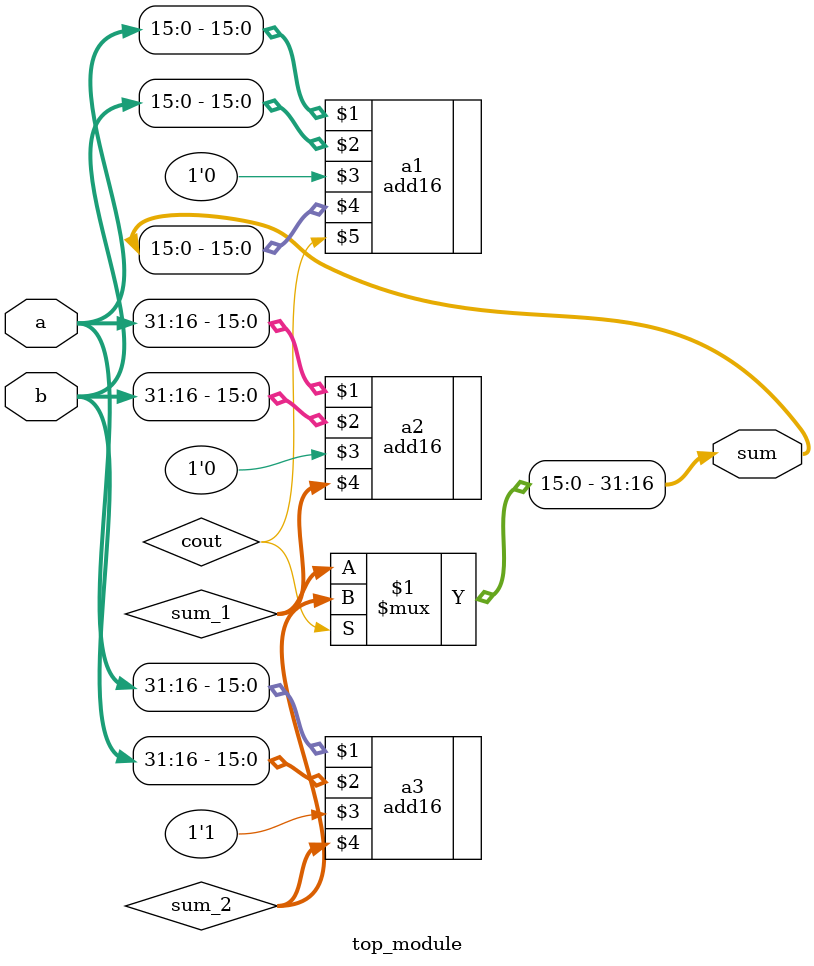
<source format=v>
module top_module(
    input [31:0] a,
    input [31:0] b,
    output [31:0] sum
);

    wire cout;
    wire [31:16] sum_1;
    wire [31:16] sum_2;

    add16 a1(a[15:0], b[15:0], 1'b0, sum[15:0], cout);
    add16 a2(a[31:16],b[31:16], 1'b0, sum_1[31:16], );
    add16 a3(a[31:16],b[31:16], 1'b1, sum_2[31:16], );

    assign sum[31:16] = cout?sum_2:sum_1;

endmodule

</source>
